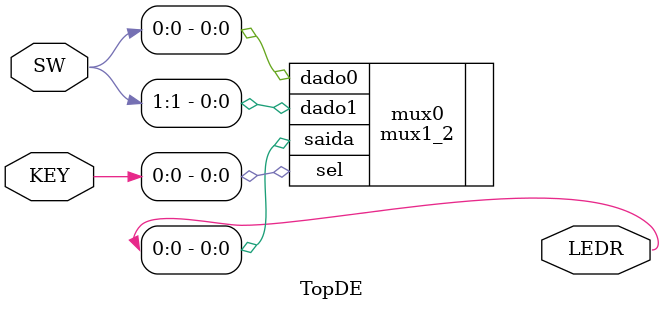
<source format=v>
module TopDE(
	input [9:0] SW,
	input [3:0] KEY,
	output [9:0] LEDR

	);
	
	
	
mux1_2 mux0 (
	.sel(KEY[0]),
	.dado0(SW[0]),
	.dado1(SW[1]),
	.saida(LEDR[0])
	);

	
endmodule
	
</source>
